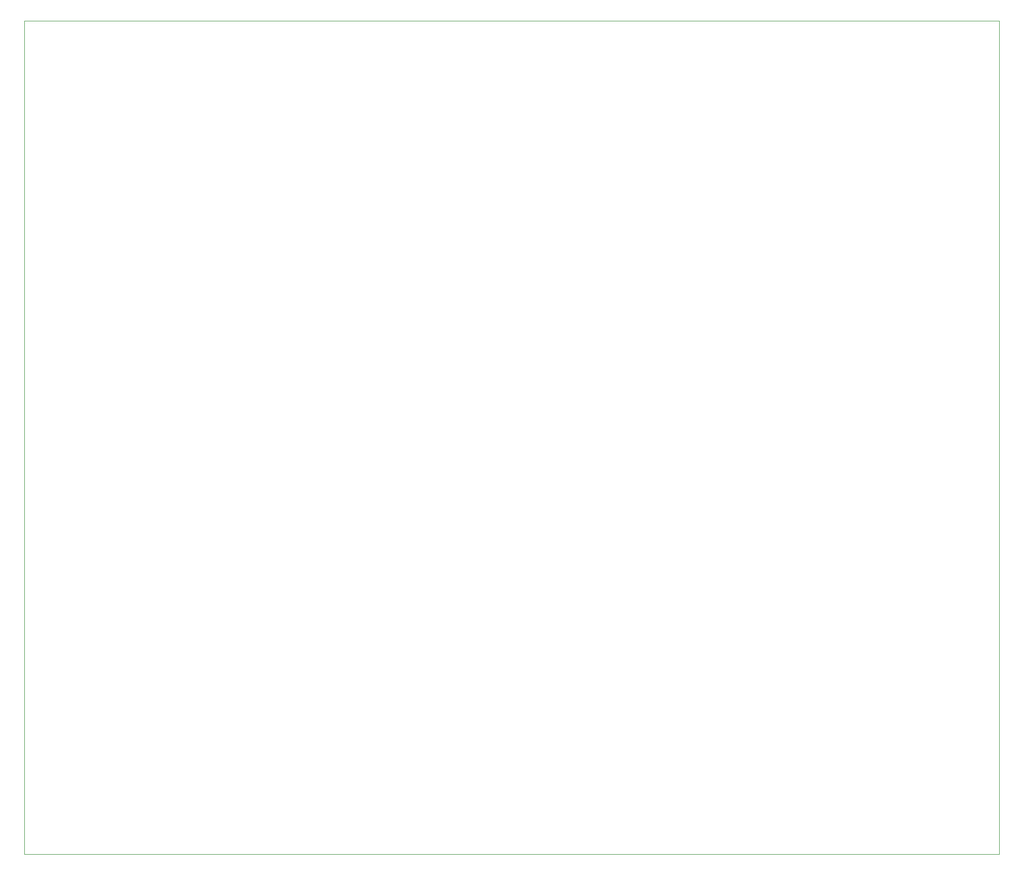
<source format=gbr>
%TF.GenerationSoftware,KiCad,Pcbnew,9.0.1*%
%TF.CreationDate,2025-04-16T22:38:01-05:00*%
%TF.ProjectId,mt,6d742e6b-6963-4616-945f-706362585858,rev?*%
%TF.SameCoordinates,Original*%
%TF.FileFunction,Profile,NP*%
%FSLAX46Y46*%
G04 Gerber Fmt 4.6, Leading zero omitted, Abs format (unit mm)*
G04 Created by KiCad (PCBNEW 9.0.1) date 2025-04-16 22:38:01*
%MOMM*%
%LPD*%
G01*
G04 APERTURE LIST*
%TA.AperFunction,Profile*%
%ADD10C,0.050000*%
%TD*%
G04 APERTURE END LIST*
D10*
X48260000Y-17780000D02*
X214630000Y-17780000D01*
X214630000Y-160020000D01*
X48260000Y-160020000D01*
X48260000Y-17780000D01*
M02*

</source>
